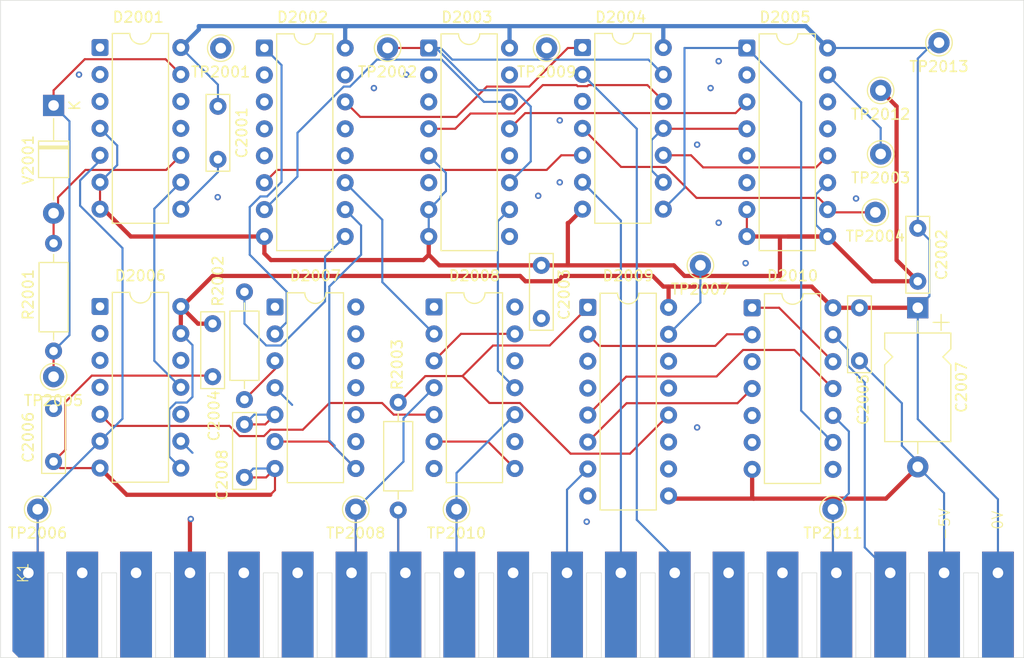
<source format=kicad_pcb>
(kicad_pcb (version 20241229) (generator "pcbnew") (generator_version "9.0")
  (title_block (title "PM2528 N20 (ADC Control)") (date "2025-07-30") (rev "1.0"))
  (layers (0 "F.Cu" signal) (2 "B.Cu" signal) (5 "F.SilkS" user "F.Silkscreen") (7 "B.SilkS" user "B.Silkscreen") (1 "F.Mask" user) (3 "B.Mask" user) (25 "Edge.Cuts" user))
  (net 0 "")
  (net 1 "/COMP")
  (net 2 "/POL")
  (net 3 "/C20000")
  (net 4 "/CP")
  (net 5 "/AZ")
  (net 6 "/SAZ")
  (net 7 "/HSM")
  (net 8 "-5V")
  (net 9 "/SRUP")
  (net 10 "/RC")
  (net 12 "/XC20")
  (net 13 "/DN-")
  (net 14 "/DN+")
  (net 16 "/UP")
  (net 18 "GND2")
  (net 19 "/CPC")
  (net 21 "/_ERD")
  (net 22 "Net-(D2001B-R)")
  (net 23 "Net-(D2001B-D)")
  (net 24 "Net-(D2001A-~{Q})")
  (net 25 "/_EC20")
  (net 27 "Net-(D2002B-Q4)")
  (net 30 "/_C20")
  (net 31 "/_AZ")
  (net 33 "/_ECP")
  (net 34 "Net-(D2002B-Q1)")
  (net 36 "/~{_RD}")
  (net 37 "/_STD")
  (net 38 "Net-(D2003A-C)")
  (net 39 "Net-(D2003A-J)")
  (net 40 "/~{CP}")
  (net 41 "/_RDY")
  (net 43 "Net-(D2003B-J)")
  (net 44 "/_SCP")
  (net 45 "Net-(D2005B-J)")
  (net 46 "Net-(D2005B-R)")
  (net 47 "Net-(D2004-Pad3)")
  (net 53 "Net-(D2007-Pad3)")
  (net 55 "/~{UP}")
  (net 57 "/_ENC20")
  (net 59 "Net-(D2009A-J)")
  (net 60 "Net-(D2009A-K)")
  (net 61 "Net-(D2009B-J)")
  (net 62 "Net-(D2009A-~{Q})")
  (footprint "Connector_Pin:Pin_D1.0mm_L10.0mm" (layer "F.Cu") (at 138.45 75.72)
    (property "Reference" "TP2002")
    (property "Value" "TestPoint")
  )
  (footprint "Connector_Pin:Pin_D1.0mm_L10.0mm" (layer "F.Cu") (at 184.95 79.72)
    (property "Reference" "TP2012")
    (property "Value" "TestPoint")
  )
  (footprint "Connector_Pin:Pin_D1.0mm_L10.0mm" (layer "F.Cu") (at 180.45 119.22)
    (property "Reference" "TP2011")
    (property "Value" "TestPoint")
  )
  (footprint "Package_DIP:DIP-14_W7.62mm" (layer "F.Cu") (at 156.83 75.68)
    (property "Reference" "D2004")
    (property "Value" "HEF4071")
  )
  (footprint "Connector_Pin:Pin_D1.0mm_L10.0mm" (layer "F.Cu") (at 190.45 75.22)
    (property "Reference" "TP2013")
    (property "Value" "TestPoint")
  )
  (footprint "Connector_Pin:Pin_D1.0mm_L10.0mm" (layer "F.Cu") (at 153.45 75.72)
    (property "Reference" "TP2009")
    (property "Value" "TestPoint")
  )
  (footprint "Package_DIP:DIP-14_W7.62mm" (layer "F.Cu") (at 111.33 75.68)
    (property "Reference" "D2001")
    (property "Value" "HEF4013")
  )
  (footprint "Connector_Pin:Pin_D1.0mm_L10.0mm" (layer "F.Cu") (at 144.95 119.22)
    (property "Reference" "TP2010")
    (property "Value" "TestPoint")
  )
  (footprint "Connector_Pin:Pin_D1.0mm_L10.0mm" (layer "F.Cu") (at 135.45 119.22)
    (property "Reference" "TP2008")
    (property "Value" "TestPoint")
  )
  (footprint "Connector_Pin:Pin_D1.0mm_L10.0mm" (layer "F.Cu") (at 184.45 91.22)
    (property "Reference" "TP2004")
    (property "Value" "TestPoint")
  )
  (footprint "Connector_Pin:Pin_D1.0mm_L10.0mm" (layer "F.Cu") (at 122.715 75.735)
    (property "Reference" "TP2001")
    (property "Value" "TestPoint")
  )
  (footprint "Capacitor_THT:C_Rect_L7.0mm_W2.0mm_P5.00mm" (layer "F.Cu") (at 182.95 100.22 -90)
    (property "Reference" "C2005")
    (property "Value" "22n")
  )
  (footprint "Capacitor_THT:C_Rect_L7.0mm_W2.0mm_P5.00mm" (layer "F.Cu") (at 121.95 101.72 -90)
    (property "Reference" "C2004")
    (property "Value" "22n")
  )
  (footprint "Package_DIP:DIP-14_W7.62mm" (layer "F.Cu") (at 172.83 100.22)
    (property "Reference" "D2010")
    (property "Value" "HEF4081")
  )
  (footprint "Package_DIP:DIP-16_W7.62mm" (layer "F.Cu") (at 126.83 75.72)
    (property "Reference" "D2002")
    (property "Value" "HEF4518")
  )
  (footprint "Capacitor_THT:C_Rect_L7.0mm_W2.0mm_P5.00mm" (layer "F.Cu") (at 106.95 109.72 -90)
    (property "Reference" "C2006")
    (property "Value" "100p")
  )
  (footprint "Package_DIP:DIP-16_W7.62mm" (layer "F.Cu") (at 157.33 100.18)
    (property "Reference" "D2009")
    (property "Value" "HEF4027")
  )
  (footprint "Capacitor_THT:CP_Axial_L10.0mm_D6.0mm_P15.00mm_Horizontal" (layer "F.Cu") (at 188.45 100.22 -90)
    (property "Reference" "C2007")
    (property "Value" "47u")
  )
  (footprint "Package_DIP:DIP-14_W7.62mm" (layer "F.Cu") (at 142.83 100.14)
    (property "Reference" "D2008")
    (property "Value" "HEF4081")
  )
  (footprint "Package_DIP:DIP-14_W7.62mm" (layer "F.Cu") (at 111.33 100.1)
    (property "Reference" "D2006")
    (property "Value" "HEF4070")
  )
  (footprint "Resistor_THT:R_Axial_DIN0207_L6.3mm_D2.5mm_P10.16mm_Horizontal" (layer "F.Cu") (at 106.95 104.3 90)
    (property "Reference" "R2001")
    (property "Value" "15k4")
  )
  (footprint "Diode_THT:D_T-1_P10.16mm_Horizontal" (layer "F.Cu") (at 106.95 81.14 -90)
    (property "Reference" "V2001")
    (property "Value" "BAW62")
  )
  (footprint "Package_DIP:DIP-14_W7.62mm" (layer "F.Cu") (at 127.83 100.14)
    (property "Reference" "D2007")
    (property "Value" "HEF4081")
  )
  (footprint "Connector_Pin:Pin_D1.0mm_L10.0mm" (layer "F.Cu") (at 184.95 85.72)
    (property "Reference" "TP2003")
    (property "Value" "TestPoint")
  )
  (footprint "Capacitor_THT:C_Rect_L7.0mm_W2.0mm_P5.00mm" (layer "F.Cu") (at 122.45 81.22 -90)
    (property "Reference" "C2001")
    (property "Value" "22n")
  )
  (footprint "Package_DIP:DIP-16_W7.62mm" (layer "F.Cu") (at 142.33 75.72)
    (property "Reference" "D2003")
    (property "Value" "HEF4027")
  )
  (footprint "Resistor_THT:R_Axial_DIN0207_L6.3mm_D2.5mm_P10.16mm_Horizontal" (layer "F.Cu") (at 139.45 109.14 -90)
    (property "Reference" "R2003")
    (property "Value" "1k0")
  )
  (footprint "Package_DIP:DIP-16_W7.62mm" (layer "F.Cu") (at 172.33 75.72)
    (property "Reference" "D2005")
    (property "Value" "HEF4027")
  )
  (footprint "Capacitor_THT:C_Rect_L7.0mm_W2.0mm_P5.00mm" (layer "F.Cu") (at 124.95 111.22 -90)
    (property "Reference" "C2008")
    (property "Value" "2n2")
  )
  (footprint "PM2528:PM2528_RiserCardConnector" (layer "F.Cu") (at 104.57 125.22 90)
    (property "Reference" "K1")
    (property "Value" "~")
    (fp_rect (start -8 1.84) (end 0 3.24) (stroke (width 0.05)) (fill no) (layer "Edge.Cuts"))
    (fp_rect (start -8 6.92) (end 0 8.32) (stroke (width 0.05)) (fill no) (layer "Edge.Cuts"))
    (fp_rect (start -8 12) (end 0 13.4) (stroke (width 0.05)) (fill no) (layer "Edge.Cuts"))
    (fp_rect (start -8 17.08) (end 0 18.48) (stroke (width 0.05)) (fill no) (layer "Edge.Cuts"))
    (fp_rect (start -8 22.16) (end 0 23.56) (stroke (width 0.05)) (fill no) (layer "Edge.Cuts"))
    (fp_rect (start -8 27.24) (end 0 28.64) (stroke (width 0.05)) (fill no) (layer "Edge.Cuts"))
    (fp_rect (start -8 32.32) (end 0 33.72) (stroke (width 0.05)) (fill no) (layer "Edge.Cuts"))
    (fp_rect (start -8 37.4) (end 0 38.8) (stroke (width 0.05)) (fill no) (layer "Edge.Cuts"))
    (fp_rect (start -8 42.48) (end 0 43.88) (stroke (width 0.05)) (fill no) (layer "Edge.Cuts"))
    (fp_rect (start -8 47.56) (end 0 48.96) (stroke (width 0.05)) (fill no) (layer "Edge.Cuts"))
    (fp_rect (start -8 52.64) (end 0 54.04) (stroke (width 0.05)) (fill no) (layer "Edge.Cuts"))
    (fp_rect (start -8 57.72) (end 0 59.12) (stroke (width 0.05)) (fill no) (layer "Edge.Cuts"))
    (fp_rect (start -8 62.8) (end 0 64.2) (stroke (width 0.05)) (fill no) (layer "Edge.Cuts"))
    (fp_rect (start -8 67.88) (end 0 69.28) (stroke (width 0.05)) (fill no) (layer "Edge.Cuts"))
    (fp_rect (start -8 72.96) (end 0 74.36) (stroke (width 0.05)) (fill no) (layer "Edge.Cuts"))
    (fp_rect (start -8 78.04) (end 0 79.44) (stroke (width 0.05)) (fill no) (layer "Edge.Cuts"))
    (fp_rect (start -8 83.12) (end 0 84.52) (stroke (width 0.05)) (fill no) (layer "Edge.Cuts"))
    (fp_rect (start -8 88.2) (end 0 89.6) (stroke (width 0.05)) (fill no) (layer "Edge.Cuts"))
  )
  (footprint "Resistor_THT:R_Axial_DIN0207_L6.3mm_D2.5mm_P10.16mm_Horizontal" (layer "F.Cu") (at 124.95 108.88 90)
    (property "Reference" "R2002")
    (property "Value" "46k4")
  )
  (footprint "Connector_Pin:Pin_D1.0mm_L10.0mm" (layer "F.Cu") (at 106.95 106.72)
    (property "Reference" "TP2005")
    (property "Value" "TestPoint")
  )
  (footprint "Capacitor_THT:C_Rect_L7.0mm_W2.0mm_P5.00mm" (layer "F.Cu") (at 152.95 101.22 90)
    (property "Reference" "C2003")
    (property "Value" "22n")
  )
  (footprint "Capacitor_THT:C_Rect_L7.0mm_W2.0mm_P5.00mm" (layer "F.Cu") (at 188.45 92.72 -90)
    (property "Reference" "C2002")
    (property "Value" "22n")
  )
  (footprint "Connector_Pin:Pin_D1.0mm_L10.0mm" (layer "F.Cu") (at 105.45 119.22)
    (property "Reference" "TP2006")
    (property "Value" "TestPoint")
  )
  (footprint "Connector_Pin:Pin_D1.0mm_L10.0mm" (layer "F.Cu") (at 167.95 96.22)
    (property "Reference" "TP2007")
    (property "Value" "TestPoint")
  )
  (gr_rect (start 101.95 71.22) (end 198.45 133.22) (stroke (width 0.05)) (fill no) (layer "Edge.Cuts"))
  (via (at 169.672 92.202) (size 0.6) (drill 0.3) (layers "F.Cu" "B.Cu") (net 0))
  (via (at 137.16 79.502) (size 0.6) (drill 0.3) (layers "F.Cu" "B.Cu") (net 0))
  (via (at 157.226 120.396) (size 0.6) (drill 0.3) (layers "F.Cu" "B.Cu") (net 0))
  (via (at 109.347 78.232) (size 0.6) (drill 0.3) (layers "F.Cu" "B.Cu") (net 0))
  (via (at 167.64 111.506) (size 0.6) (drill 0.3) (layers "F.Cu" "B.Cu") (net 0))
  (via (at 172.212 96.012) (size 0.6) (drill 0.3) (layers "F.Cu" "B.Cu") (net 0))
  (via (at 140.208 78.232) (size 0.6) (drill 0.3) (layers "F.Cu" "B.Cu") (net 0))
  (via (at 152.654 89.662) (size 0.6) (drill 0.3) (layers "F.Cu" "B.Cu") (net 0))
  (via (at 154.686 82.55) (size 0.6) (drill 0.3) (layers "F.Cu" "B.Cu") (net 0))
  (via (at 167.64 84.836) (size 0.6) (drill 0.3) (layers "F.Cu" "B.Cu") (net 0))
  (via (at 169.672 76.962) (size 0.6) (drill 0.3) (layers "F.Cu" "B.Cu") (net 0))
  (via (at 182.626 89.916) (size 0.6) (drill 0.3) (layers "F.Cu" "B.Cu") (net 0))
  (via (at 122.428 89.789) (size 0.6) (drill 0.3) (layers "F.Cu" "B.Cu") (net 0))
  (via (at 154.686 88.392) (size 0.6) (drill 0.3) (layers "F.Cu" "B.Cu") (net 0))
  (via (at 168.91 79.502) (size 0.6) (drill 0.3) (layers "F.Cu" "B.Cu") (net 0))
  (segment (start 105.45 124.34) (end 105.45 119.22) (width 0.2) (layer "F.Cu") (net 1))
  (segment (start 113.45 94.595635) (end 109.45 90.595635) (width 0.2) (layer "B.Cu") (net 1))
  (segment (start 111.33 112.8) (end 113.45 110.68) (width 0.2) (layer "B.Cu") (net 1))
  (segment (start 111.33 86.332182) (end 111.33 85.84) (width 0.2) (layer "B.Cu") (net 1))
  (segment (start 104.57 125.22) (end 105.45 124.34) (width 0.2) (layer "B.Cu") (net 1))
  (segment (start 105.95 118.18) (end 111.33 112.8) (width 0.2) (layer "B.Cu") (net 1))
  (segment (start 109.45 90.595635) (end 109.45 88.212182) (width 0.2) (layer "B.Cu") (net 1))
  (segment (start 105.95 118.72) (end 105.95 118.18) (width 0.2) (layer "B.Cu") (net 1))
  (segment (start 105.45 124.34) (end 105.45 119.22) (width 0.2) (layer "B.Cu") (net 1))
  (segment (start 109.45 88.212182) (end 111.33 86.332182) (width 0.2) (layer "B.Cu") (net 1))
  (segment (start 105.45 119.22) (end 105.95 118.72) (width 0.2) (layer "B.Cu") (net 1))
  (segment (start 113.45 110.68) (end 113.45 94.595635) (width 0.2) (layer "B.Cu") (net 1))
  (segment (start 132.97 109.2) (end 137.93 109.2) (width 0.2) (layer "F.Cu") (net 2))
  (segment (start 139.03 110.3) (end 142.83 110.3) (width 0.2) (layer "F.Cu") (net 2))
  (segment (start 127.394365 111.72) (end 130.45 111.72) (width 0.2) (layer "F.Cu") (net 2))
  (segment (start 137.93 109.2) (end 139.03 110.3) (width 0.2) (layer "F.Cu") (net 2))
  (segment (start 124.494365 112.32) (end 126.794365 112.32) (width 0.2) (layer "F.Cu") (net 2))
  (segment (start 112.43 111.36) (end 123.534365 111.36) (width 0.2) (layer "F.Cu") (net 2))
  (segment (start 111.33 110.26) (end 112.43 111.36) (width 0.2) (layer "F.Cu") (net 2))
  (segment (start 130.45 111.72) (end 132.97 109.2) (width 0.2) (layer "F.Cu") (net 2))
  (segment (start 123.534365 111.36) (end 124.494365 112.32) (width 0.2) (layer "F.Cu") (net 2))
  (segment (start 126.794365 112.32) (end 127.394365 111.72) (width 0.2) (layer "F.Cu") (net 2))
  (segment (start 119.81 120.22) (end 119.888 120.142) (width 0.4) (layer "F.Cu") (net 4))
  (segment (start 119.81 125.22) (end 119.81 120.22) (width 0.4) (layer "F.Cu") (net 4))
  (via (at 119.888 120.142) (size 0.6) (drill 0.3) (layers "F.Cu" "B.Cu") (net 4))
  (segment (start 119.95 125.22) (end 120.05 125.12) (width 0.2) (layer "B.Cu") (net 4))
  (segment (start 119.81 125.22) (end 119.95 125.22) (width 0.2) (layer "B.Cu") (net 4))
  (segment (start 120.05 113.9) (end 118.95 112.8) (width 0.2) (layer "B.Cu") (net 4))
  (segment (start 139.45 124.22) (end 139.45 119.3) (width 0.2) (layer "F.Cu") (net 5))
  (segment (start 140.13 125.22) (end 139.45 124.54) (width 0.2) (layer "B.Cu") (net 5))
  (segment (start 139.45 124.54) (end 139.45 119.3) (width 0.2) (layer "B.Cu") (net 5))
  (segment (start 146.27 81.9) (end 144.83 83.34) (width 0.2) (layer "F.Cu") (net 6))
  (segment (start 156.274365 79.22) (end 153.085635 79.22) (width 0.2) (layer "F.Cu") (net 6))
  (segment (start 157.385635 79.22) (end 157.285635 79.32) (width 0.2) (layer "F.Cu") (net 6))
  (segment (start 162.95 79.22) (end 157.385635 79.22) (width 0.2) (layer "F.Cu") (net 6))
  (segment (start 164.45 80.72) (end 162.95 79.22) (width 0.2) (layer "F.Cu") (net 6))
  (segment (start 153.085635 79.22) (end 150.405635 81.9) (width 0.2) (layer "F.Cu") (net 6))
  (segment (start 157.285635 79.32) (end 156.374365 79.32) (width 0.2) (layer "F.Cu") (net 6))
  (segment (start 156.374365 79.32) (end 156.274365 79.22) (width 0.2) (layer "F.Cu") (net 6))
  (segment (start 150.405635 81.9) (end 146.27 81.9) (width 0.2) (layer "F.Cu") (net 6))
  (segment (start 144.83 83.34) (end 142.33 83.34) (width 0.2) (layer "F.Cu") (net 6))
  (segment (start 164.45 80.76) (end 164.45 80.72) (width 0.2) (layer "F.Cu") (net 6))
  (segment (start 155.37 117.38) (end 157.33 115.42) (width 0.2) (layer "B.Cu") (net 6))
  (segment (start 155.37 125.22) (end 155.37 117.38) (width 0.2) (layer "B.Cu") (net 6))
  (segment (start 156.83 78.22) (end 161.95 83.34) (width 0.2) (layer "B.Cu") (net 7))
  (segment (start 165.53 123.8) (end 165.53 125.22) (width 0.2) (layer "B.Cu") (net 7))
  (segment (start 161.95 83.34) (end 161.95 120.22) (width 0.2) (layer "B.Cu") (net 7))
  (segment (start 161.95 120.22) (end 165.53 123.8) (width 0.2) (layer "B.Cu") (net 7))
  (segment (start 164.95 118.22) (end 172.974 118.22) (width 0.4) (layer "F.Cu") (net 8))
  (segment (start 143.33 96.22) (end 142.33 95.22) (width 0.4) (layer "F.Cu") (net 8))
  (segment (start 155.45 92.22) (end 155.45 96.22) (width 0.4) (layer "F.Cu") (net 8))
  (segment (start 156.83 90.92) (end 155.53 92.22) (width 0.4) (layer "F.Cu") (net 8))
  (segment (start 185.45 118.22) (end 188.45 115.22) (width 0.4) (layer "F.Cu") (net 8))
  (segment (start 176.17 93.5) (end 179.95 93.5) (width 0.4) (layer "F.Cu") (net 8))
  (segment (start 111.45 90.72) (end 111.33 90.6) (width 0.2) (layer "F.Cu") (net 8))
  (segment (start 172.974 118.22) (end 185.45 118.22) (width 0.4) (layer "F.Cu") (net 8))
  (segment (start 186.45 95.72) (end 188.45 97.72) (width 0.4) (layer "F.Cu") (net 8))
  (segment (start 152.95 96.22) (end 143.33 96.22) (width 0.4) (layer "F.Cu") (net 8))
  (segment (start 127.83 115.38) (end 127.83 117.416) (width 0.2) (layer "F.Cu") (net 8))
  (segment (start 188.45 97.72) (end 184.45 97.72) (width 0.4) (layer "F.Cu") (net 8))
  (segment (start 175.45 97.22) (end 175.45 93.72) (width 0.4) (layer "F.Cu") (net 8))
  (segment (start 111.33 115.34) (end 107.57 115.34) (width 0.2) (layer "F.Cu") (net 8))
  (segment (start 184.95 79.72) (end 186.45 81.22) (width 0.4) (layer "F.Cu") (net 8))
  (segment (start 111.33 90.92) (end 111.33 90.84) (width 0.2) (layer "F.Cu") (net 8))
  (segment (start 111.33 90.6) (end 111.33 88.38) (width 0.2) (layer "F.Cu") (net 8))
  (segment (start 126.99 116.22) (end 127.83 115.38) (width 0.2) (layer "F.Cu") (net 8))
  (segment (start 107.57 115.34) (end 106.95 114.72) (width 0.2) (layer "F.Cu") (net 8))
  (segment (start 106.95 114.72) (end 108.05 113.62) (width 0.2) (layer "F.Cu") (net 8))
  (segment (start 172.83 115.46) (end 172.83 118.076) (width 0.4) (layer "F.Cu") (net 8))
  (segment (start 142.33 95.22) (end 141.83 95.72) (width 0.4) (layer "F.Cu") (net 8))
  (segment (start 113.846 117.856) (end 127.39 117.856) (width 0.4) (layer "F.Cu") (net 8))
  (segment (start 184.17 97.72) (end 179.95 93.5) (width 0.4) (layer "F.Cu") (net 8))
  (segment (start 166.45 97.22) (end 175.45 97.22) (width 0.4) (layer "F.Cu") (net 8))
  (segment (start 114.23 93.5) (end 126.83 93.5) (width 0.4) (layer "F.Cu") (net 8))
  (segment (start 155.45 96.22) (end 165.45 96.22) (width 0.4) (layer "F.Cu") (net 8))
  (segment (start 108.05 113.62) (end 108.05 109.12) (width 0.2) (layer "F.Cu") (net 8))
  (segment (start 184.45 97.72) (end 184.17 97.72) (width 0.4) (layer "F.Cu") (net 8))
  (segment (start 111.33 90.84) (end 111.45 90.72) (width 0.2) (layer "F.Cu") (net 8))
  (segment (start 179.95 93.5) (end 172.33 93.5) (width 0.4) (layer "F.Cu") (net 8))
  (segment (start 111.45 90.72) (end 114.23 93.5) (width 0.4) (layer "F.Cu") (net 8))
  (segment (start 127.45 95.72) (end 126.83 95.1) (width 0.4) (layer "F.Cu") (net 8))
  (segment (start 155.53 92.22) (end 155.45 92.22) (width 0.4) (layer "F.Cu") (net 8))
  (segment (start 124.95 116.22) (end 126.99 116.22) (width 0.2) (layer "F.Cu") (net 8))
  (segment (start 126.83 95.1) (end 126.83 93.5) (width 0.4) (layer "F.Cu") (net 8))
  (segment (start 108.05 109.12) (end 110.55 106.62) (width 0.2) (layer "F.Cu") (net 8))
  (segment (start 127.83 117.416) (end 127.39 117.856) (width 0.2) (layer "F.Cu") (net 8))
  (segment (start 186.45 81.22) (end 186.45 95.72) (width 0.4) (layer "F.Cu") (net 8))
  (segment (start 111.33 115.34) (end 113.846 117.856) (width 0.4) (layer "F.Cu") (net 8))
  (segment (start 172.83 118.076) (end 172.974 118.22) (width 0.4) (layer "F.Cu") (net 8))
  (segment (start 141.83 95.72) (end 127.45 95.72) (width 0.4) (layer "F.Cu") (net 8))
  (segment (start 142.33 93.5) (end 142.33 95.22) (width 0.4) (layer "F.Cu") (net 8))
  (segment (start 155.45 96.22) (end 152.95 96.22) (width 0.4) (layer "F.Cu") (net 8))
  (segment (start 172.33 90.96) (end 172.33 93.5) (width 0.2) (layer "F.Cu") (net 8))
  (segment (start 165.45 96.22) (end 166.45 97.22) (width 0.4) (layer "F.Cu") (net 8))
  (segment (start 110.55 106.62) (end 121.85 106.62) (width 0.2) (layer "F.Cu") (net 8))
  (segment (start 190.93 125.22) (end 190.93 117.7) (width 0.2) (layer "B.Cu") (net 8))
  (segment (start 127.83 115.38) (end 125.79 115.38) (width 0.2) (layer "B.Cu") (net 8))
  (segment (start 143.45 89.72) (end 143.95 89.22) (width 0.2) (layer "B.Cu") (net 8))
  (segment (start 125.79 115.38) (end 124.95 116.22) (width 0.2) (layer "B.Cu") (net 8))
  (segment (start 112.95 84.92) (end 111.33 83.3) (width 0.2) (layer "B.Cu") (net 8))
  (segment (start 186.95 113.22) (end 186.95 109.22) (width 0.2) (layer "B.Cu") (net 8))
  (segment (start 122.45 87.42) (end 122.45 86.22) (width 0.2) (layer "B.Cu") (net 8))
  (segment (start 188.45 114.72) (end 186.95 113.22) (width 0.2) (layer "B.Cu") (net 8))
  (segment (start 143.45 89.84) (end 143.45 89.72) (width 0.2) (layer "B.Cu") (net 8))
  (segment (start 142.33 93.5) (end 142.33 90.96) (width 0.2) (layer "B.Cu") (net 8))
  (segment (start 143.95 89.22) (end 143.95 87.5) (width 0.2) (layer "B.Cu") (net 8))
  (segment (start 188.45 115.22) (end 188.45 114.72) (width 0.2) (layer "B.Cu") (net 8))
  (segment (start 143.95 87.5) (end 142.33 85.88) (width 0.2) (layer "B.Cu") (net 8))
  (segment (start 179.95 88.42) (end 178.85 89.52) (width 0.2) (layer "B.Cu") (net 8))
  (segment (start 190.93 117.7) (end 188.45 115.22) (width 0.2) (layer "B.Cu") (net 8))
  (segment (start 118.95 90.92) (end 122.45 87.42) (width 0.2) (layer "B.Cu") (net 8))
  (segment (start 142.33 90.96) (end 143.45 89.84) (width 0.2) (layer "B.Cu") (net 8))
  (segment (start 111.33 88.38) (end 112.95 86.76) (width 0.2) (layer "B.Cu") (net 8))
  (segment (start 178.85 89.52) (end 178.85 92.4) (width 0.2) (layer "B.Cu") (net 8))
  (segment (start 112.95 86.76) (end 112.95 84.92) (width 0.2) (layer "B.Cu") (net 8))
  (segment (start 178.85 92.4) (end 179.95 93.5) (width 0.2) (layer "B.Cu") (net 8))
  (segment (start 186.95 109.22) (end 182.95 105.22) (width 0.2) (layer "B.Cu") (net 8))
  (segment (start 180.45 105.3) (end 175.37 100.22) (width 0.2) (layer "F.Cu") (net 9))
  (segment (start 175.37 100.22) (end 172.83 100.22) (width 0.2) (layer "F.Cu") (net 9))
  (segment (start 160.45 92) (end 160.45 125.22) (width 0.2) (layer "B.Cu") (net 9))
  (segment (start 156.83 88.38) (end 160.45 92) (width 0.2) (layer "B.Cu") (net 9))
  (segment (start 184.95 83.26) (end 184.95 85.72) (width 0.2) (layer "B.Cu") (net 10))
  (segment (start 181.85 104.16) (end 180.45 102.76) (width 0.2) (layer "B.Cu") (net 10))
  (segment (start 183.45 107.275635) (end 181.85 105.675635) (width 0.2) (layer "B.Cu") (net 10))
  (segment (start 181.85 105.675635) (end 181.85 104.16) (width 0.2) (layer "B.Cu") (net 10))
  (segment (start 183.45 122.82) (end 183.45 107.275635) (width 0.2) (layer "B.Cu") (net 10))
  (segment (start 185.85 125.22) (end 183.45 122.82) (width 0.2) (layer "B.Cu") (net 10))
  (segment (start 179.95 78.26) (end 184.95 83.26) (width 0.2) (layer "B.Cu") (net 10))
  (segment (start 129.45 109.38) (end 127.83 107.76) (width 0.2) (layer "B.Cu") (net 12))
  (segment (start 144.95 124.96) (end 144.95 119.22) (width 0.2) (layer "F.Cu") (net 13))
  (segment (start 144.95 124.96) (end 144.95 119.22) (width 0.2) (layer "B.Cu") (net 13))
  (segment (start 144.95 115.8) (end 150.45 110.3) (width 0.2) (layer "B.Cu") (net 13))
  (segment (start 145.21 125.22) (end 144.95 124.96) (width 0.2) (layer "B.Cu") (net 13))
  (segment (start 144.95 119.22) (end 144.95 115.8) (width 0.2) (layer "B.Cu") (net 13))
  (segment (start 135.45 124.82) (end 135.45 119.22) (width 0.2) (layer "F.Cu") (net 14))
  (segment (start 135.45 119.22) (end 139.95 114.72) (width 0.2) (layer "B.Cu") (net 14))
  (segment (start 139.95 110.64) (end 142.83 107.76) (width 0.2) (layer "B.Cu") (net 14))
  (segment (start 135.45 124.82) (end 135.45 119.22) (width 0.2) (layer "B.Cu") (net 14))
  (segment (start 139.95 114.72) (end 139.95 110.64) (width 0.2) (layer "B.Cu") (net 14))
  (segment (start 135.05 125.22) (end 135.45 124.82) (width 0.2) (layer "B.Cu") (net 14))
  (segment (start 167.95 99.72) (end 167.95 96.22) (width 0.2) (layer "B.Cu") (net 16))
  (segment (start 164.95 102.72) (end 167.95 99.72) (width 0.2) (layer "B.Cu") (net 16))
  (segment (start 154.95 97.22) (end 163.45 97.22) (width 0.4) (layer "F.Cu") (net 18))
  (segment (start 182.95 100.22) (end 180.45 100.22) (width 0.4) (layer "F.Cu") (net 18))
  (segment (start 120.57 101.72) (end 118.95 100.1) (width 0.4) (layer "F.Cu") (net 18))
  (segment (start 118.95 100.22) (end 121.95 97.22) (width 0.4) (layer "F.Cu") (net 18))
  (segment (start 118.95 102.64) (end 118.95 100.1) (width 0.4) (layer "F.Cu") (net 18))
  (segment (start 121.95 97.22) (end 150.95 97.22) (width 0.4) (layer "F.Cu") (net 18))
  (segment (start 121.95 101.72) (end 120.57 101.72) (width 0.4) (layer "F.Cu") (net 18))
  (segment (start 163.45 97.22) (end 164.45 98.22) (width 0.4) (layer "F.Cu") (net 18))
  (segment (start 151.45 97.72) (end 154.45 97.72) (width 0.4) (layer "F.Cu") (net 18))
  (segment (start 164.45 98.22) (end 164.95 98.22) (width 0.4) (layer "F.Cu") (net 18))
  (segment (start 164.95 100.18) (end 164.95 98.22) (width 0.4) (layer "F.Cu") (net 18))
  (segment (start 188.45 100.22) (end 182.95 100.22) (width 0.4) (layer "F.Cu") (net 18))
  (segment (start 164.95 98.22) (end 178.45 98.22) (width 0.4) (layer "F.Cu") (net 18))
  (segment (start 154.45 97.72) (end 154.95 97.22) (width 0.4) (layer "F.Cu") (net 18))
  (segment (start 150.95 97.22) (end 151.45 97.72) (width 0.4) (layer "F.Cu") (net 18))
  (segment (start 118.95 100.1) (end 118.95 100.22) (width 0.2) (layer "F.Cu") (net 18))
  (segment (start 178.45 98.22) (end 180.45 100.22) (width 0.4) (layer "F.Cu") (net 18))
  (segment (start 189.55 93.82) (end 188.45 92.72) (width 0.2) (layer "B.Cu") (net 18))
  (segment (start 188.45 76.72) (end 189.95 75.22) (width 0.2) (layer "B.Cu") (net 18))
  (segment (start 149.95 73.75) (end 149.86 73.66) (width 0.4) (layer "B.Cu") (net 18))
  (segment (start 134.62 73.66) (end 120.65 73.66) (width 0.4) (layer "B.Cu") (net 18))
  (segment (start 134.45 73.83) (end 134.62 73.66) (width 0.4) (layer "B.Cu") (net 18))
  (segment (start 189.45 75.72) (end 179.95 75.72) (width 0.2) (layer "B.Cu") (net 18))
  (segment (start 117.85 114.24) (end 117.85 109.804365) (width 0.2) (layer "B.Cu") (net 18))
  (segment (start 188.45 92.72) (end 188.45 76.72) (width 0.2) (layer "B.Cu") (net 18))
  (segment (start 134.45 75.72) (end 134.45 73.83) (width 0.4) (layer "B.Cu") (net 18))
  (segment (start 120.65 73.66) (end 120.65 73.98) (width 0.4) (layer "B.Cu") (net 18))
  (segment (start 122.45 79.18) (end 122.45 81.22) (width 0.2) (layer "B.Cu") (net 18))
  (segment (start 189.95 75.22) (end 189.45 75.72) (width 0.2) (layer "B.Cu") (net 18))
  (segment (start 164.45 73.675) (end 164.465 73.66) (width 0.4) (layer "B.Cu") (net 18))
  (segment (start 177.89 73.66) (end 164.465 73.66) (width 0.4) (layer "B.Cu") (net 18))
  (segment (start 196.01 118.28) (end 188.45 110.72) (width 0.2) (layer "B.Cu") (net 18))
  (segment (start 189.55 99.12) (end 189.55 93.82) (width 0.2) (layer "B.Cu") (net 18))
  (segment (start 118.95 115.34) (end 117.85 114.24) (width 0.2) (layer "B.Cu") (net 18))
  (segment (start 117.85 109.804365) (end 118.494365 109.16) (width 0.2) (layer "B.Cu") (net 18))
  (segment (start 120.05 108.62) (end 120.05 103.74) (width 0.2) (layer "B.Cu") (net 18))
  (segment (start 120.05 103.74) (end 118.95 102.64) (width 0.2) (layer "B.Cu") (net 18))
  (segment (start 118.95 75.68) (end 122.45 79.18) (width 0.2) (layer "B.Cu") (net 18))
  (segment (start 196.01 125.22) (end 196.01 118.28) (width 0.2) (layer "B.Cu") (net 18))
  (segment (start 188.45 100.22) (end 189.55 99.12) (width 0.2) (layer "B.Cu") (net 18))
  (segment (start 179.95 75.72) (end 177.89 73.66) (width 0.4) (layer "B.Cu") (net 18))
  (segment (start 119.51 109.16) (end 120.05 108.62) (width 0.2) (layer "B.Cu") (net 18))
  (segment (start 149.95 75.72) (end 149.95 73.75) (width 0.4) (layer "B.Cu") (net 18))
  (segment (start 149.86 73.66) (end 134.62 73.66) (width 0.4) (layer "B.Cu") (net 18))
  (segment (start 164.465 73.66) (end 149.86 73.66) (width 0.4) (layer "B.Cu") (net 18))
  (segment (start 164.45 75.68) (end 164.45 73.675) (width 0.4) (layer "B.Cu") (net 18))
  (segment (start 120.65 73.98) (end 118.95 75.68) (width 0.4) (layer "B.Cu") (net 18))
  (segment (start 118.494365 109.16) (end 119.51 109.16) (width 0.2) (layer "B.Cu") (net 18))
  (segment (start 189.95 75.22) (end 190.45 75.22) (width 0.2) (layer "B.Cu") (net 18))
  (segment (start 188.45 110.72) (end 188.45 100.22) (width 0.2) (layer "B.Cu") (net 18))
  (segment (start 180.45 124.9) (end 180.45 119.22) (width 0.2) (layer "F.Cu") (net 19))
  (segment (start 181.95 111.88) (end 180.45 110.38) (width 0.2) (layer "B.Cu") (net 19))
  (segment (start 180.77 125.22) (end 180.45 124.9) (width 0.2) (layer "B.Cu") (net 19))
  (segment (start 180.45 119.22) (end 181.95 117.72) (width 0.2) (layer "B.Cu") (net 19))
  (segment (start 181.95 117.72) (end 181.95 111.88) (width 0.2) (layer "B.Cu") (net 19))
  (segment (start 180.45 124.9) (end 180.45 119.22) (width 0.2) (layer "B.Cu") (net 19))
  (segment (start 126.91 111.22) (end 127.83 110.3) (width 0.2) (layer "F.Cu") (net 21))
  (segment (start 124.95 111.22) (end 126.91 111.22) (width 0.2) (layer "F.Cu") (net 21))
  (segment (start 134.45 93.5) (end 132.55 95.4) (width 0.2) (layer "B.Cu") (net 21))
  (segment (start 132.55 99.62) (end 128.39 103.78) (width 0.2) (layer "B.Cu") (net 21))
  (segment (start 127.83 110.3) (end 125.87 110.3) (width 0.2) (layer "B.Cu") (net 21))
  (segment (start 132.55 95.4) (end 132.55 99.62) (width 0.2) (layer "B.Cu") (net 21))
  (segment (start 127.01 103.78) (end 124.95 101.72) (width 0.2) (layer "B.Cu") (net 21))
  (segment (start 128.39 103.78) (end 127.01 103.78) (width 0.2) (layer "B.Cu") (net 21))
  (segment (start 125.87 110.3) (end 124.95 111.22) (width 0.2) (layer "B.Cu") (net 21))
  (segment (start 124.95 101.72) (end 124.95 98.72) (width 0.2) (layer "B.Cu") (net 21))
  (segment (start 117.57 87.22) (end 118.95 85.84) (width 0.2) (layer "F.Cu") (net 22))
  (segment (start 107.37 89.8) (end 109.95 87.22) (width 0.2) (layer "F.Cu") (net 22))
  (segment (start 106.95 91.3) (end 106.95 94.14) (width 0.2) (layer "F.Cu") (net 22))
  (segment (start 107.37 91.3) (end 107.37 89.8) (width 0.2) (layer "F.Cu") (net 22))
  (segment (start 109.95 87.22) (end 117.57 87.22) (width 0.2) (layer "F.Cu") (net 22))
  (segment (start 116.45 90.88) (end 116.45 105.22) (width 0.2) (layer "B.Cu") (net 23))
  (segment (start 116.45 105.22) (end 118.95 107.72) (width 0.2) (layer "B.Cu") (net 23))
  (segment (start 118.95 88.38) (end 116.45 90.88) (width 0.2) (layer "B.Cu") (net 23))
  (segment (start 156.91 75.68) (end 156.95 75.72) (width 0.2) (layer "F.Cu") (net 27))
  (segment (start 135.87 82.22) (end 134.45 80.8) (width 0.2) (layer "F.Cu") (net 27))
  (segment (start 155.45 75.72) (end 151.81 79.36) (width 0.2) (layer "F.Cu") (net 27))
  (segment (start 147.81 79.36) (end 144.95 82.22) (width 0.2) (layer "F.Cu") (net 27))
  (segment (start 156.83 75.68) (end 156.91 75.68) (width 0.2) (layer "F.Cu") (net 27))
  (segment (start 151.81 79.36) (end 147.81 79.36) (width 0.2) (layer "F.Cu") (net 27))
  (segment (start 156.95 75.72) (end 155.45 75.72) (width 0.2) (layer "F.Cu") (net 27))
  (segment (start 144.95 82.22) (end 135.87 82.22) (width 0.2) (layer "F.Cu") (net 27))
  (segment (start 109.89 76.78) (end 117.51 76.78) (width 0.2) (layer "F.Cu") (net 30))
  (segment (start 132.91 112.84) (end 135.45 115.38) (width 0.2) (layer "F.Cu") (net 30))
  (segment (start 106.95 104.3) (end 106.95 106.72) (width 0.2) (layer "F.Cu") (net 30))
  (segment (start 127.83 112.84) (end 132.91 112.84) (width 0.2) (layer "F.Cu") (net 30))
  (segment (start 106.95 81.14) (end 106.95 79.72) (width 0.2) (layer "F.Cu") (net 30))
  (segment (start 106.95 79.72) (end 109.89 76.78) (width 0.2) (layer "F.Cu") (net 30))
  (segment (start 117.51 76.78) (end 118.95 78.22) (width 0.2) (layer "F.Cu") (net 30))
  (segment (start 133.45 113.38) (end 135.45 115.38) (width 0.2) (layer "B.Cu") (net 30))
  (segment (start 106.95 81.14) (end 108.45 82.64) (width 0.2) (layer "B.Cu") (net 30))
  (segment (start 134.45 90.96) (end 135.95 92.46) (width 0.2) (layer "B.Cu") (net 30))
  (segment (start 135.95 95.22) (end 132.95 98.22) (width 0.2) (layer "B.Cu") (net 30))
  (segment (start 132.95 98.22) (end 132.95 112.72) (width 0.2) (layer "B.Cu") (net 30))
  (segment (start 132.95 112.72) (end 133.45 113.22) (width 0.2) (layer "B.Cu") (net 30))
  (segment (start 133.45 113.22) (end 133.45 113.38) (width 0.2) (layer "B.Cu") (net 30))
  (segment (start 108.45 82.64) (end 108.45 102.8) (width 0.2) (layer "B.Cu") (net 30))
  (segment (start 135.95 92.46) (end 135.95 95.22) (width 0.2) (layer "B.Cu") (net 30))
  (segment (start 108.45 102.8) (end 106.95 104.3) (width 0.2) (layer "B.Cu") (net 30))
  (segment (start 139.45 109.22) (end 142.01 106.66) (width 0.2) (layer "F.Cu") (net 31))
  (segment (start 148.05 109.2) (end 145.51 106.66) (width 0.2) (layer "F.Cu") (net 31))
  (segment (start 155.71 113.98) (end 150.93 109.2) (width 0.2) (layer "F.Cu") (net 31))
  (segment (start 150.93 109.2) (end 148.05 109.2) (width 0.2) (layer "F.Cu") (net 31))
  (segment (start 142.01 106.66) (end 145.51 106.66) (width 0.2) (layer "F.Cu") (net 31))
  (segment (start 148.39 103.78) (end 153.73 103.78) (width 0.2) (layer "F.Cu") (net 31))
  (segment (start 164.95 110.34) (end 161.31 113.98) (width 0.2) (layer "F.Cu") (net 31))
  (segment (start 161.31 113.98) (end 155.71 113.98) (width 0.2) (layer "F.Cu") (net 31))
  (segment (start 153.73 103.78) (end 157.33 100.18) (width 0.2) (layer "F.Cu") (net 31))
  (segment (start 145.51 106.66) (end 148.39 103.78) (width 0.2) (layer "F.Cu") (net 31))
  (segment (start 128.93 98.7) (end 128.93 101.58) (width 0.2) (layer "B.Cu") (net 33))
  (segment (start 177.45 109.92) (end 180.45 112.92) (width 0.2) (layer "B.Cu") (net 33))
  (segment (start 177.45 80.84) (end 177.45 109.92) (width 0.2) (layer "B.Cu") (net 33))
  (segment (start 125.45 95.22) (end 128.93 98.7) (width 0.2) (layer "B.Cu") (net 33))
  (segment (start 172.33 75.72) (end 166.45 75.72) (width 0.2) (layer "B.Cu") (net 33))
  (segment (start 128.45 77.34) (end 128.45 88.355635) (width 0.2) (layer "B.Cu") (net 33))
  (segment (start 166.45 75.72) (end 166.45 88.92) (width 0.2) (layer "B.Cu") (net 33))
  (segment (start 127.085635 89.72) (end 126.45 89.72) (width 0.2) (layer "B.Cu") (net 33))
  (segment (start 128.45 88.355635) (end 127.085635 89.72) (width 0.2) (layer "B.Cu") (net 33))
  (segment (start 166.45 88.92) (end 164.45 90.92) (width 0.2) (layer "B.Cu") (net 33))
  (segment (start 172.33 75.72) (end 177.45 80.84) (width 0.2) (layer "B.Cu") (net 33))
  (segment (start 125.45 90.72) (end 125.45 95.22) (width 0.2) (layer "B.Cu") (net 33))
  (segment (start 128.93 101.58) (end 127.83 102.68) (width 0.2) (layer "B.Cu") (net 33))
  (segment (start 126.45 89.72) (end 125.45 90.72) (width 0.2) (layer "B.Cu") (net 33))
  (segment (start 126.83 75.72) (end 128.45 77.34) (width 0.2) (layer "B.Cu") (net 33))
  (segment (start 137.95 97.8) (end 137.95 91.92) (width 0.2) (layer "B.Cu") (net 34))
  (segment (start 142.83 102.68) (end 137.95 97.8) (width 0.2) (layer "B.Cu") (net 34))
  (segment (start 137.95 91.92) (end 134.45 88.42) (width 0.2) (layer "B.Cu") (net 34))
  (segment (start 143.55 76.82) (end 137.445635 76.82) (width 0.2) (layer "B.Cu") (net 36))
  (segment (start 149.95 80.8) (end 147.53 80.8) (width 0.2) (layer "B.Cu") (net 36))
  (segment (start 134.905635 79.36) (end 134.31 79.36) (width 0.2) (layer "B.Cu") (net 36))
  (segment (start 129.95 83.72) (end 129.95 87.84) (width 0.2) (layer "B.Cu") (net 36))
  (segment (start 134.31 79.36) (end 129.95 83.72) (width 0.2) (layer "B.Cu") (net 36))
  (segment (start 129.95 87.84) (end 126.83 90.96) (width 0.2) (layer "B.Cu") (net 36))
  (segment (start 137.445635 76.82) (end 134.905635 79.36) (width 0.2) (layer "B.Cu") (net 36))
  (segment (start 147.53 80.8) (end 143.55 76.82) (width 0.2) (layer "B.Cu") (net 36))
  (segment (start 153.45 87.22) (end 128.03 87.22) (width 0.2) (layer "F.Cu") (net 37))
  (segment (start 154.83 85.84) (end 153.45 87.22) (width 0.2) (layer "F.Cu") (net 37))
  (segment (start 156.83 85.84) (end 154.83 85.84) (width 0.2) (layer "F.Cu") (net 37))
  (segment (start 128.03 87.22) (end 126.83 88.42) (width 0.2) (layer "F.Cu") (net 37))
  (segment (start 147.91 112.84) (end 150.45 115.38) (width 0.2) (layer "F.Cu") (net 39))
  (segment (start 142.83 112.84) (end 147.91 112.84) (width 0.2) (layer "F.Cu") (net 39))
  (segment (start 172.03 80.8) (end 171.95 80.72) (width 0.2) (layer "F.Cu") (net 40))
  (segment (start 151.43 81.86) (end 149.95 83.34) (width 0.2) (layer "F.Cu") (net 40))
  (segment (start 172.33 80.8) (end 172.03 80.8) (width 0.2) (layer "F.Cu") (net 40))
  (segment (start 172.33 80.8) (end 171.27 81.86) (width 0.2) (layer "F.Cu") (net 40))
  (segment (start 171.27 81.86) (end 151.43 81.86) (width 0.2) (layer "F.Cu") (net 40))
  (segment (start 138.45 75.72) (end 142.33 75.72) (width 0.2) (layer "F.Cu") (net 41))
  (segment (start 146.995686 79.7) (end 143.015686 75.72) (width 0.2) (layer "B.Cu") (net 41))
  (segment (start 144.55 76.82) (end 143.45 75.72) (width 0.2) (layer "B.Cu") (net 41))
  (segment (start 164.45 78.22) (end 163.05 76.82) (width 0.2) (layer "B.Cu") (net 41))
  (segment (start 151.95 81.244365) (end 150.405635 79.7) (width 0.2) (layer "B.Cu") (net 41))
  (segment (start 150.405635 79.7) (end 146.995686 79.7) (width 0.2) (layer "B.Cu") (net 41))
  (segment (start 151.95 86.42) (end 151.95 81.244365) (width 0.2) (layer "B.Cu") (net 41))
  (segment (start 143.45 75.72) (end 142.33 75.72) (width 0.2) (layer "B.Cu") (net 41))
  (segment (start 149.95 88.42) (end 151.95 86.42) (width 0.2) (layer "B.Cu") (net 41))
  (segment (start 143.015686 75.72) (end 142.33 75.72) (width 0.2) (layer "B.Cu") (net 41))
  (segment (start 163.05 76.82) (end 144.55 76.82) (width 0.2) (layer "B.Cu") (net 41))
  (segment (start 148.85 92.06) (end 148.85 106.16) (width 0.2) (layer "B.Cu") (net 43))
  (segment (start 149.95 90.96) (end 148.85 92.06) (width 0.2) (layer "B.Cu") (net 43))
  (segment (start 148.85 106.16) (end 150.45 107.76) (width 0.2) (layer "B.Cu") (net 43))
  (segment (start 172.33 83.34) (end 172.45 83.22) (width 0.2) (layer "F.Cu") (net 44))
  (segment (start 172.33 83.34) (end 164.49 83.34) (width 0.2) (layer "F.Cu") (net 44))
  (segment (start 164.49 83.34) (end 164.45 83.3) (width 0.2) (layer "F.Cu") (net 44))
  (segment (start 163.35 87.28) (end 163.35 84.4) (width 0.2) (layer "B.Cu") (net 44))
  (segment (start 164.45 88.38) (end 163.35 87.28) (width 0.2) (layer "B.Cu") (net 44))
  (segment (start 163.35 84.4) (end 164.45 83.3) (width 0.2) (layer "B.Cu") (net 44))
  (segment (start 179.95 90.72) (end 179.09 89.86) (width 0.2) (layer "F.Cu") (net 45))
  (segment (start 160.47 86.94) (end 156.83 83.3) (width 0.2) (layer "F.Cu") (net 45))
  (segment (start 179.95 90.96) (end 179.95 90.72) (width 0.2) (layer "F.Cu") (net 45))
  (segment (start 167.59 89.86) (end 164.67 86.94) (width 0.2) (layer "F.Cu") (net 45))
  (segment (start 164.67 86.94) (end 160.47 86.94) (width 0.2) (layer "F.Cu") (net 45))
  (segment (start 179.09 89.86) (end 167.59 89.86) (width 0.2) (layer "F.Cu") (net 45))
  (segment (start 184.45 91.22) (end 180.21 91.22) (width 0.2) (layer "F.Cu") (net 45))
  (segment (start 164.45 85.84) (end 167.07 85.84) (width 0.2) (layer "F.Cu") (net 46))
  (segment (start 178.85 86.98) (end 179.95 85.88) (width 0.2) (layer "F.Cu") (net 46))
  (segment (start 167.07 85.84) (end 168.21 86.98) (width 0.2) (layer "F.Cu") (net 46))
  (segment (start 168.21 86.98) (end 178.85 86.98) (width 0.2) (layer "F.Cu") (net 46))
  (segment (start 124.95 108.88) (end 127.83 106) (width 0.2) (layer "F.Cu") (net 53))
  (segment (start 127.83 106) (end 127.83 105.22) (width 0.2) (layer "F.Cu") (net 53))
  (segment (start 142.83 105.22) (end 145.37 102.68) (width 0.2) (layer "F.Cu") (net 57))
  (segment (start 145.37 102.68) (end 150.45 102.68) (width 0.2) (layer "F.Cu") (net 57))
  (segment (start 171.45 109.22) (end 172.83 107.84) (width 0.2) (layer "F.Cu") (net 59))
  (segment (start 160.99 109.22) (end 171.45 109.22) (width 0.2) (layer "F.Cu") (net 59))
  (segment (start 157.33 112.88) (end 160.99 109.22) (width 0.2) (layer "F.Cu") (net 59))
  (segment (start 161.97 106.7) (end 169.47 106.7) (width 0.2) (layer "F.Cu") (net 60))
  (segment (start 169.47 106.7) (end 171.97 104.2) (width 0.2) (layer "F.Cu") (net 60))
  (segment (start 160.95 106.72) (end 161.95 106.72) (width 0.2) (layer "F.Cu") (net 60))
  (segment (start 171.97 104.2) (end 176.81 104.2) (width 0.2) (layer "F.Cu") (net 60))
  (segment (start 161.95 106.72) (end 161.97 106.7) (width 0.2) (layer "F.Cu") (net 60))
  (segment (start 157.33 110.34) (end 160.95 106.72) (width 0.2) (layer "F.Cu") (net 60))
  (segment (start 176.81 104.2) (end 180.45 107.84) (width 0.2) (layer "F.Cu") (net 60))
  (segment (start 172.79 102.72) (end 172.83 102.76) (width 0.2) (layer "F.Cu") (net 62))
  (segment (start 157.33 102.72) (end 158.43 103.82) (width 0.2) (layer "F.Cu") (net 62))
  (segment (start 158.43 103.82) (end 169.35 103.82) (width 0.2) (layer "F.Cu") (net 62))
  (segment (start 169.35 103.82) (end 170.45 102.72) (width 0.2) (layer "F.Cu") (net 62))
  (segment (start 170.45 102.72) (end 172.79 102.72) (width 0.2) (layer "F.Cu") (net 62))
)
</source>
